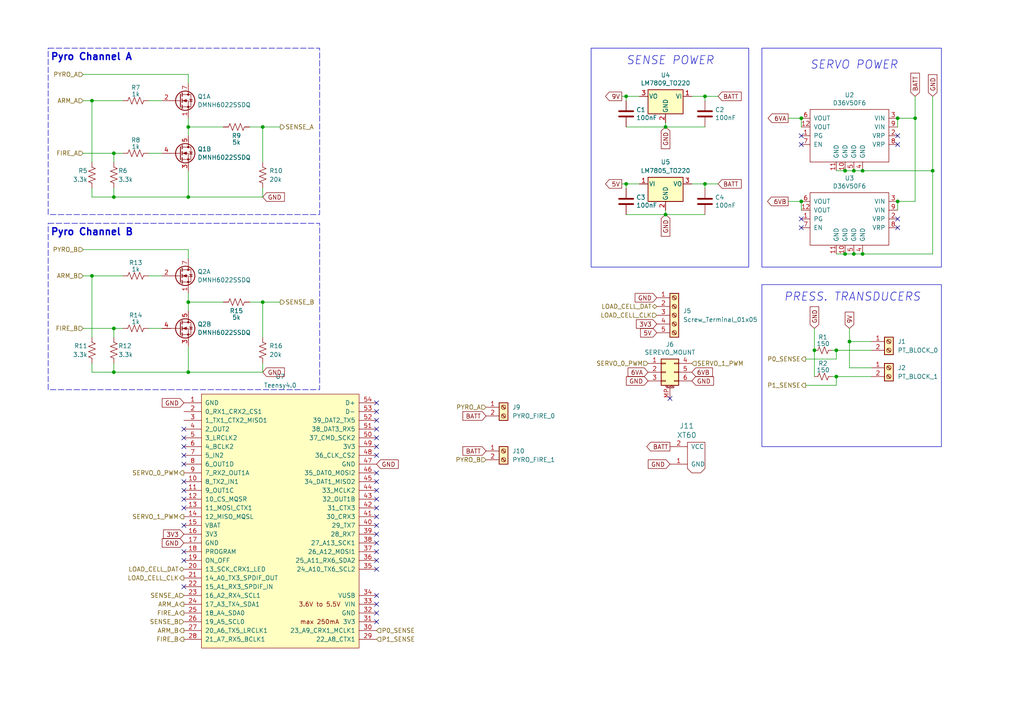
<source format=kicad_sch>
(kicad_sch (version 20230121) (generator eeschema)
  (paper "A4")
  (lib_symbols
    (symbol "Connector:Screw_Terminal_01x02" (pin_names (offset 1.016) hide)
      (property "Reference" "J" (at 0 2.54 0))
      (property "Value" "Screw_Terminal_01x02" (at 0 -5.08 0))
      (symbol "Screw_Terminal_01x02_1_1"
        (rectangle (start -1.27 1.27) (end 1.27 -3.81) (stroke (width 0.254)) (fill (type background)))
        (circle (center 0 -2.54) (radius 0.635) (stroke (width 0.1524)))
        (polyline (pts (xy -0.5334 -2.2098) (xy 0.3302 -3.048)) (stroke (width 0.1524)))
        (polyline (pts (xy -0.5334 0.3302) (xy 0.3302 -0.508)) (stroke (width 0.1524)))
        (polyline (pts (xy -0.3556 -2.032) (xy 0.508 -2.8702)) (stroke (width 0.1524)))
        (polyline (pts (xy -0.3556 0.508) (xy 0.508 -0.3302)) (stroke (width 0.1524)))
        (circle (center 0 0) (radius 0.635) (stroke (width 0.1524)))
        (pin passive line (at -5.08 0 0) (length 3.81) (name "Pin_1") (number "1"))
        (pin passive line (at -5.08 -2.54 0) (length 3.81) (name "Pin_2") (number "2"))
      )
    )
    (symbol "Connector:Screw_Terminal_01x05" (pin_names (offset 1.016) hide)
      (property "Reference" "J" (at 0 7.62 0))
      (property "Value" "Screw_Terminal_01x05" (at 0 -7.62 0))
      (symbol "Screw_Terminal_01x05_1_1"
        (rectangle (start -1.27 6.35) (end 1.27 -6.35) (stroke (width 0.254)) (fill (type background)))
        (circle (center 0 -5.08) (radius 0.635) (stroke (width 0.1524)))
        (circle (center 0 -2.54) (radius 0.635) (stroke (width 0.1524)))
        (polyline (pts (xy -0.5334 -4.7498) (xy 0.3302 -5.588)) (stroke (width 0.1524)))
        (polyline (pts (xy -0.5334 -2.2098) (xy 0.3302 -3.048)) (stroke (width 0.1524)))
        (polyline (pts (xy -0.5334 0.3302) (xy 0.3302 -0.508)) (stroke (width 0.1524)))
        (polyline (pts (xy -0.5334 2.8702) (xy 0.3302 2.032)) (stroke (width 0.1524)))
        (polyline (pts (xy -0.5334 5.4102) (xy 0.3302 4.572)) (stroke (width 0.1524)))
        (polyline (pts (xy -0.3556 -4.572) (xy 0.508 -5.4102)) (stroke (width 0.1524)))
        (polyline (pts (xy -0.3556 -2.032) (xy 0.508 -2.8702)) (stroke (width 0.1524)))
        (polyline (pts (xy -0.3556 0.508) (xy 0.508 -0.3302)) (stroke (width 0.1524)))
        (polyline (pts (xy -0.3556 3.048) (xy 0.508 2.2098)) (stroke (width 0.1524)))
        (polyline (pts (xy -0.3556 5.588) (xy 0.508 4.7498)) (stroke (width 0.1524)))
        (circle (center 0 0) (radius 0.635) (stroke (width 0.1524)))
        (circle (center 0 2.54) (radius 0.635) (stroke (width 0.1524)))
        (circle (center 0 5.08) (radius 0.635) (stroke (width 0.1524)))
        (pin passive line (at -5.08 5.08 0) (length 3.81) (name "Pin_1") (number "1"))
        (pin passive line (at -5.08 2.54 0) (length 3.81) (name "Pin_2") (number "2"))
        (pin passive line (at -5.08 0 0) (length 3.81) (name "Pin_3") (number "3"))
        (pin passive line (at -5.08 -2.54 0) (length 3.81) (name "Pin_4") (number "4"))
        (pin passive line (at -5.08 -5.08 0) (length 3.81) (name "Pin_5") (number "5"))
      )
    )
    (symbol "Connector_Generic_MountingPin:Conn_02x03_Top_Bottom_MountingPin" (pin_names (offset 1.016) hide)
      (property "Reference" "J" (at 1.27 5.08 0))
      (property "Value" "Conn_02x03_Top_Bottom_MountingPin" (at 2.54 -5.08 0))
      (symbol "Conn_02x03_Top_Bottom_MountingPin_1_1"
        (rectangle (start -1.27 -2.413) (end 0 -2.667) (stroke (width 0.1524)))
        (rectangle (start -1.27 0.127) (end 0 -0.127) (stroke (width 0.1524)))
        (rectangle (start -1.27 2.667) (end 0 2.413) (stroke (width 0.1524)))
        (rectangle (start -1.27 3.81) (end 3.81 -3.81) (stroke (width 0.254)) (fill (type background)))
        (polyline (pts (xy 0.254 -4.572) (xy 2.286 -4.572)) (stroke (width 0.1524)))
        (rectangle (start 3.81 -2.413) (end 2.54 -2.667) (stroke (width 0.1524)))
        (rectangle (start 3.81 0.127) (end 2.54 -0.127) (stroke (width 0.1524)))
        (rectangle (start 3.81 2.667) (end 2.54 2.413) (stroke (width 0.1524)))
        (text "Mounting" (at 1.27 -4.191 0) (effects (font (size 0.381 0.381))))
        (pin passive line (at -5.08 2.54 0) (length 3.81) (name "Pin_1") (number "1"))
        (pin passive line (at -5.08 0 0) (length 3.81) (name "Pin_2") (number "2"))
        (pin passive line (at -5.08 -2.54 0) (length 3.81) (name "Pin_3") (number "3"))
        (pin passive line (at 7.62 2.54 180) (length 3.81) (name "Pin_4") (number "4"))
        (pin passive line (at 7.62 0 180) (length 3.81) (name "Pin_5") (number "5"))
        (pin passive line (at 7.62 -2.54 180) (length 3.81) (name "Pin_6") (number "6"))
        (pin passive line (at 1.27 -7.62 90) (length 3.048) (name "MountPin") (number "MP"))
      )
    )
    (symbol "D24V50F5:C" (pin_numbers hide) (pin_names (offset 0.254))
      (property "Reference" "C" (at 0.635 2.54 0))
      (property "Value" "C" (at 0.635 -2.54 0))
      (symbol "C_0_1"
        (polyline (pts (xy -2.032 -0.762) (xy 2.032 -0.762)) (stroke (width 0.508)))
        (polyline (pts (xy -2.032 0.762) (xy 2.032 0.762)) (stroke (width 0.508)))
      )
      (symbol "C_1_1"
        (pin passive line (at 0 3.81 270) (length 2.794) (name "~") (number "1"))
        (pin passive line (at 0 -3.81 90) (length 2.794) (name "~") (number "2"))
      )
    )
    (symbol "D24V50F5:R_Small_US" (pin_numbers hide) (pin_names (offset 0.254) hide)
      (property "Reference" "R" (at 0.762 0.508 0))
      (property "Value" "R_Small_US" (at 0.762 -1.016 0))
      (symbol "R_Small_US_1_1"
        (polyline (pts (xy 0 0) (xy 1.016 -0.381) (xy 0 -0.762) (xy -1.016 -1.143) (xy 0 -1.524)))
        (polyline (pts (xy 0 1.524) (xy 1.016 1.143) (xy 0 0.762) (xy -1.016 0.381) (xy 0 0)))
        (pin passive line (at 0 2.54 270) (length 1.016) (name "~") (number "1"))
        (pin passive line (at 0 -2.54 90) (length 1.016) (name "~") (number "2"))
      )
    )
    (symbol "D36V50F6:D36V50F6" (pin_names (offset 1.016))
      (property "Reference" "U" (at 0 2.54 0))
      (property "Value" "D36V50F6" (at 0 0 0))
      (symbol "D36V50F6_0_1"
        (rectangle (start -11.43 -1.27) (end 11.43 -16.51))
      )
      (symbol "D36V50F6_1_1"
        (pin output line (at 13.97 -8.89 180) (length 2.54) (name "PG") (number "1"))
        (pin input line (at 1.27 -19.05 90) (length 2.54) (name "GND") (number "10"))
        (pin input line (at 3.81 -19.05 90) (length 2.54) (name "GND") (number "11"))
        (pin output line (at 13.97 -6.35 180) (length 2.54) (name "VOUT") (number "12"))
        (pin output line (at -13.97 -8.89 0) (length 2.54) (name "VRP") (number "2"))
        (pin input line (at -13.97 -3.81 0) (length 2.54) (name "VIN") (number "3"))
        (pin input line (at -3.81 -19.05 90) (length 2.54) (name "GND") (number "4"))
        (pin input line (at -1.27 -19.05 90) (length 2.54) (name "GND") (number "5"))
        (pin output line (at 13.97 -3.81 180) (length 2.54) (name "VOUT") (number "6"))
        (pin input line (at 13.97 -11.43 180) (length 2.54) (name "EN") (number "7"))
        (pin output line (at -13.97 -11.43 0) (length 2.54) (name "VRP") (number "8"))
        (pin input line (at -13.97 -6.35 0) (length 2.54) (name "VIN") (number "9"))
      )
    )
    (symbol "Device:R_US" (pin_numbers hide) (pin_names (offset 0))
      (property "Reference" "R" (at 2.54 0 90))
      (property "Value" "R_US" (at -2.54 0 90))
      (symbol "R_US_0_1"
        (polyline (pts (xy 0 -2.286) (xy 0 -2.54)))
        (polyline (pts (xy 0 2.286) (xy 0 2.54)))
        (polyline (pts (xy 0 -0.762) (xy 1.016 -1.143) (xy 0 -1.524) (xy -1.016 -1.905) (xy 0 -2.286)))
        (polyline (pts (xy 0 0.762) (xy 1.016 0.381) (xy 0 0) (xy -1.016 -0.381) (xy 0 -0.762)))
        (polyline (pts (xy 0 2.286) (xy 1.016 1.905) (xy 0 1.524) (xy -1.016 1.143) (xy 0 0.762)))
      )
      (symbol "R_US_1_1"
        (pin passive line (at 0 3.81 270) (length 1.27) (name "~") (number "1"))
        (pin passive line (at 0 -3.81 90) (length 1.27) (name "~") (number "2"))
      )
    )
    (symbol "Regulator_Linear:LM7805_TO220" (pin_names (offset 0.254))
      (property "Reference" "U" (at -3.81 3.175 0))
      (property "Value" "LM7805_TO220" (at 0 3.175 0))
      (symbol "LM7805_TO220_0_1"
        (rectangle (start -5.08 1.905) (end 5.08 -5.08) (stroke (width 0.254)) (fill (type background)))
      )
      (symbol "LM7805_TO220_1_1"
        (pin power_in line (at -7.62 0 0) (length 2.54) (name "VI") (number "1"))
        (pin power_in line (at 0 -7.62 90) (length 2.54) (name "GND") (number "2"))
        (pin power_out line (at 7.62 0 180) (length 2.54) (name "VO") (number "3"))
      )
    )
    (symbol "Regulator_Linear:LM7809_TO220" (pin_names (offset 0.254))
      (property "Reference" "U" (at -3.81 3.175 0))
      (property "Value" "LM7809_TO220" (at 0 3.175 0))
      (symbol "LM7809_TO220_0_1"
        (rectangle (start -5.08 1.905) (end 5.08 -5.08) (stroke (width 0.254)) (fill (type background)))
      )
      (symbol "LM7809_TO220_1_1"
        (pin power_in line (at -7.62 0 0) (length 2.54) (name "VI") (number "1"))
        (pin power_in line (at 0 -7.62 90) (length 2.54) (name "GND") (number "2"))
        (pin power_out line (at 7.62 0 180) (length 2.54) (name "VO") (number "3"))
      )
    )
    (symbol "Teensy:Teensy4.0" (pin_names (offset 1.016))
      (property "Reference" "U" (at -22.225 38.1 0))
      (property "Value" "Teensy4.0" (at 18.415 38.1 0))
      (symbol "Teensy4.0_0_0"
        (text "3.6V to 5.5V" (at 11.43 -24.13 0) (effects (font (size 1.27 1.27))))
        (text "max 250mA" (at 11.43 -29.21 0) (effects (font (size 1.27 1.27))))
        (pin bidirectional line (at -27.94 11.43 0) (length 5.08) (name "8_TX2_IN1") (number "10"))
        (pin bidirectional line (at -27.94 8.89 0) (length 5.08) (name "9_OUT1C") (number "11"))
        (pin bidirectional line (at -27.94 6.35 0) (length 5.08) (name "10_CS_MQSR") (number "12"))
        (pin bidirectional line (at -27.94 3.81 0) (length 5.08) (name "11_MOSI_CTX1") (number "13"))
        (pin bidirectional line (at -27.94 1.27 0) (length 5.08) (name "12_MISO_MQSL") (number "14"))
        (pin power_in line (at -27.94 -1.27 0) (length 5.08) (name "VBAT") (number "15"))
        (pin power_in line (at -27.94 -3.81 0) (length 5.08) (name "3V3") (number "16"))
        (pin power_in line (at -27.94 -6.35 0) (length 5.08) (name "GND") (number "17"))
        (pin input line (at -27.94 -8.89 0) (length 5.08) (name "PROGRAM") (number "18"))
        (pin input line (at -27.94 -11.43 0) (length 5.08) (name "ON_OFF") (number "19"))
        (pin bidirectional line (at -27.94 -13.97 0) (length 5.08) (name "13_SCK_CRX1_LED") (number "20"))
        (pin bidirectional line (at -27.94 -16.51 0) (length 5.08) (name "14_A0_TX3_SPDIF_OUT") (number "21"))
        (pin bidirectional line (at -27.94 -19.05 0) (length 5.08) (name "15_A1_RX3_SPDIF_IN") (number "22"))
        (pin bidirectional line (at -27.94 -21.59 0) (length 5.08) (name "16_A2_RX4_SCL1") (number "23"))
        (pin bidirectional line (at -27.94 -24.13 0) (length 5.08) (name "17_A3_TX4_SDA1") (number "24"))
        (pin bidirectional line (at -27.94 -26.67 0) (length 5.08) (name "18_A4_SDA0") (number "25"))
        (pin bidirectional line (at -27.94 -29.21 0) (length 5.08) (name "19_A5_SCL0") (number "26"))
        (pin bidirectional line (at -27.94 -31.75 0) (length 5.08) (name "20_A6_TX5_LRCLK1") (number "27"))
        (pin bidirectional line (at -27.94 -34.29 0) (length 5.08) (name "21_A7_RX5_BCLK1") (number "28"))
        (pin bidirectional line (at 27.94 -34.29 180) (length 5.08) (name "22_A8_CTX1") (number "29"))
        (pin bidirectional line (at 27.94 -31.75 180) (length 5.08) (name "23_A9_CRX1_MCLK1") (number "30"))
        (pin power_out line (at 27.94 -29.21 180) (length 5.08) (name "3V3") (number "31"))
        (pin power_in line (at 27.94 -26.67 180) (length 5.08) (name "GND") (number "32"))
        (pin power_in line (at 27.94 -24.13 180) (length 5.08) (name "VIN") (number "33"))
        (pin power_out line (at 27.94 -21.59 180) (length 5.08) (name "VUSB") (number "34"))
        (pin bidirectional line (at 27.94 -13.97 180) (length 5.08) (name "24_A10_TX6_SCL2") (number "35"))
        (pin bidirectional line (at 27.94 -11.43 180) (length 5.08) (name "25_A11_RX6_SDA2") (number "36"))
        (pin bidirectional line (at 27.94 -8.89 180) (length 5.08) (name "26_A12_MOSI1") (number "37"))
        (pin bidirectional line (at 27.94 -6.35 180) (length 5.08) (name "27_A13_SCK1") (number "38"))
        (pin bidirectional line (at 27.94 -3.81 180) (length 5.08) (name "28_RX7") (number "39"))
        (pin bidirectional line (at 27.94 -1.27 180) (length 5.08) (name "29_TX7") (number "40"))
        (pin bidirectional line (at 27.94 1.27 180) (length 5.08) (name "30_CRX3") (number "41"))
        (pin bidirectional line (at 27.94 3.81 180) (length 5.08) (name "31_CTX3") (number "42"))
        (pin bidirectional line (at 27.94 6.35 180) (length 5.08) (name "32_OUT1B") (number "43"))
        (pin bidirectional line (at 27.94 8.89 180) (length 5.08) (name "33_MCLK2") (number "44"))
        (pin bidirectional line (at 27.94 11.43 180) (length 5.08) (name "34_DAT1_MISO2") (number "45"))
        (pin bidirectional line (at 27.94 13.97 180) (length 5.08) (name "35_DAT0_MOSI2") (number "46"))
        (pin power_out line (at 27.94 16.51 180) (length 5.08) (name "GND") (number "47"))
        (pin bidirectional line (at 27.94 19.05 180) (length 5.08) (name "36_CLK_CS2") (number "48"))
        (pin power_out line (at 27.94 21.59 180) (length 5.08) (name "3V3") (number "49"))
        (pin bidirectional line (at -27.94 24.13 0) (length 5.08) (name "3_LRCLK2") (number "5"))
        (pin bidirectional line (at 27.94 24.13 180) (length 5.08) (name "37_CMD_SCK2") (number "50"))
        (pin bidirectional line (at 27.94 26.67 180) (length 5.08) (name "38_DAT3_RX5") (number "51"))
        (pin bidirectional line (at 27.94 29.21 180) (length 5.08) (name "39_DAT2_TX5") (number "52"))
        (pin bidirectional line (at 27.94 31.75 180) (length 5.08) (name "D-") (number "53"))
        (pin bidirectional line (at 27.94 34.29 180) (length 5.08) (name "D+") (number "54"))
        (pin bidirectional line (at -27.94 21.59 0) (length 5.08) (name "4_BCLK2") (number "6"))
        (pin bidirectional line (at -27.94 19.05 0) (length 5.08) (name "5_IN2") (number "7"))
        (pin bidirectional line (at -27.94 16.51 0) (length 5.08) (name "6_OUT1D") (number "8"))
        (pin bidirectional line (at -27.94 13.97 0) (length 5.08) (name "7_RX2_OUT1A") (number "9"))
      )
      (symbol "Teensy4.0_0_1"
        (rectangle (start -22.86 36.83) (end 22.86 -36.83) (fill (type background)))
        (rectangle (start -20.32 -31.75) (end -20.32 -31.75))
      )
      (symbol "Teensy4.0_1_1"
        (pin power_in line (at -27.94 34.29 0) (length 5.08) (name "GND") (number "1"))
        (pin bidirectional line (at -27.94 31.75 0) (length 5.08) (name "0_RX1_CRX2_CS1") (number "2"))
        (pin bidirectional line (at -27.94 29.21 0) (length 5.08) (name "1_TX1_CTX2_MISO1") (number "3"))
        (pin bidirectional line (at -27.94 26.67 0) (length 5.08) (name "2_OUT2") (number "4"))
      )
    )
    (symbol "Transistor_FET_Diodes:DMNH6022SSDQ" (pin_names hide)
      (property "Reference" "Q" (at 2.54 -1.27 0))
      (property "Value" "DMNH6022SSDQ" (at 2.54 1.27 0))
      (symbol "DMNH6022SSDQ_0_1"
        (circle (center -0.889 0) (radius 2.794) (stroke (width 0.254)))
        (circle (center 0 -1.778) (radius 0.254) (fill (type outline)))
        (polyline (pts (xy -2.286 0) (xy -5.08 0)))
        (polyline (pts (xy -2.286 1.905) (xy -2.286 -1.905)) (stroke (width 0.254)))
        (polyline (pts (xy -1.778 -1.27) (xy -1.778 -2.286)) (stroke (width 0.254)))
        (polyline (pts (xy -1.778 0.508) (xy -1.778 -0.508)) (stroke (width 0.254)))
        (polyline (pts (xy -1.778 2.286) (xy -1.778 1.27)) (stroke (width 0.254)))
        (polyline (pts (xy 0 2.54) (xy 0 1.778)))
        (polyline (pts (xy 0 -2.54) (xy 0 0) (xy -1.778 0)))
        (polyline (pts (xy -1.778 -1.778) (xy 0.762 -1.778) (xy 0.762 1.778) (xy -1.778 1.778)))
        (polyline (pts (xy -1.524 0) (xy -0.508 0.381) (xy -0.508 -0.381) (xy -1.524 0)) (fill (type outline)))
        (polyline (pts (xy 0.254 0.508) (xy 0.381 0.381) (xy 1.143 0.381) (xy 1.27 0.254)))
        (polyline (pts (xy 0.762 0.381) (xy 0.381 -0.254) (xy 1.143 -0.254) (xy 0.762 0.381)))
        (circle (center 0 1.778) (radius 0.254) (fill (type outline)))
      )
      (symbol "DMNH6022SSDQ_1_0"
        (pin passive line (at 0 -5.08 90) (length 2.54) (name "S1") (number "1"))
        (pin input line (at -7.62 0 0) (length 2.54) (name "G1") (number "2"))
        (pin passive line (at 0 5.08 270) (length 2.54) (name "D1") (number "7"))
        (pin passive line (at 0 5.08 270) (length 2.54) hide (name "D1") (number "8"))
      )
      (symbol "DMNH6022SSDQ_2_0"
        (pin passive line (at 0 -5.08 90) (length 2.54) (name "S2") (number "3"))
        (pin input line (at -7.62 0 0) (length 2.54) (name "G2") (number "4"))
        (pin passive line (at 0 5.08 270) (length 2.54) (name "D2") (number "5"))
        (pin passive line (at 0 5.08 270) (length 2.54) hide (name "D2") (number "6"))
      )
    )
    (symbol "XT60:XT60" (pin_names (offset 1.016))
      (property "Reference" "J" (at 0 6.35 0))
      (property "Value" "XT60" (at 0 -5.08 0))
      (symbol "XT60_0_1"
        (polyline (pts (xy -2.54 -3.81) (xy -2.54 3.81) (xy -1.27 5.08) (xy 1.27 5.08) (xy 2.54 3.81) (xy 2.54 -3.81) (xy -2.54 -3.81)))
      )
      (symbol "XT60_1_1"
        (pin power_in line (at -7.62 2.54 0) (length 5.08) (name "GND") (number "1"))
        (pin power_in line (at -7.62 -2.54 0) (length 5.08) (name "VCC") (number "2"))
      )
    )
  )
  (junction (at 270.51 49.53))
  (junction (at 242.57 101.6))
  (junction (at 26.67 80.01))
  (junction (at 54.61 107.95))
  (junction (at 193.04 36.83))
  (junction (at 54.61 36.83))
  (junction (at 246.38 99.06))
  (junction (at 265.43 34.29))
  (junction (at 33.02 107.95))
  (junction (at 260.35 58.42))
  (junction (at 54.61 57.15))
  (junction (at 250.19 49.53))
  (junction (at 193.04 62.23))
  (junction (at 232.41 34.29))
  (junction (at 26.67 29.21))
  (junction (at 33.02 95.25))
  (junction (at 232.41 58.42))
  (junction (at 242.57 109.22))
  (junction (at 33.02 57.15))
  (junction (at 181.61 27.94))
  (junction (at 76.2 36.83))
  (junction (at 54.61 87.63))
  (junction (at 181.61 53.34))
  (junction (at 260.35 34.29))
  (junction (at 76.2 87.63))
  (junction (at 204.47 53.34))
  (junction (at 245.11 49.53))
  (junction (at 245.11 73.66))
  (junction (at 236.22 101.6))
  (junction (at 247.65 49.53))
  (junction (at 33.02 44.45))
  (junction (at 250.19 73.66))
  (junction (at 204.47 27.94))
  (junction (at 247.65 73.66))
  (no_connect (at 109.22 162.56))
  (no_connect (at 260.35 39.37))
  (no_connect (at 109.22 172.72))
  (no_connect (at 109.22 147.32))
  (no_connect (at 232.41 41.91))
  (no_connect (at 109.22 160.02))
  (no_connect (at 109.22 157.48))
  (no_connect (at 109.22 116.84))
  (no_connect (at 109.22 121.92))
  (no_connect (at 260.35 66.04))
  (no_connect (at 109.22 119.38))
  (no_connect (at 109.22 180.34))
  (no_connect (at 53.34 147.32))
  (no_connect (at 53.34 152.4))
  (no_connect (at 53.34 142.24))
  (no_connect (at 109.22 127))
  (no_connect (at 53.34 127))
  (no_connect (at 53.34 162.56))
  (no_connect (at 232.41 39.37))
  (no_connect (at 232.41 63.5))
  (no_connect (at 109.22 124.46))
  (no_connect (at 109.22 154.94))
  (no_connect (at 53.34 132.08))
  (no_connect (at 109.22 152.4))
  (no_connect (at 109.22 137.16))
  (no_connect (at 53.34 124.46))
  (no_connect (at 194.31 115.57))
  (no_connect (at 109.22 142.24))
  (no_connect (at 109.22 149.86))
  (no_connect (at 109.22 175.26))
  (no_connect (at 109.22 129.54))
  (no_connect (at 109.22 139.7))
  (no_connect (at 53.34 160.02))
  (no_connect (at 109.22 132.08))
  (no_connect (at 109.22 144.78))
  (no_connect (at 260.35 63.5))
  (no_connect (at 53.34 170.18))
  (no_connect (at 53.34 134.62))
  (no_connect (at 109.22 165.1))
  (no_connect (at 232.41 66.04))
  (no_connect (at 53.34 139.7))
  (no_connect (at 260.35 41.91))
  (no_connect (at 53.34 144.78))
  (no_connect (at 53.34 129.54))
  (no_connect (at 109.22 177.8))
  (wire (pts (xy 236.22 101.6) (xy 236.22 109.22)))
  (wire (pts (xy 24.13 72.39) (xy 54.61 72.39)))
  (wire (pts (xy 246.38 95.25) (xy 246.38 99.06)))
  (wire (pts (xy 232.41 34.29) (xy 232.41 36.83)))
  (wire (pts (xy 233.68 111.76) (xy 242.57 111.76)))
  (wire (pts (xy 54.61 85.09) (xy 54.61 87.63)))
  (wire (pts (xy 250.19 73.66) (xy 270.51 73.66)))
  (wire (pts (xy 247.65 49.53) (xy 250.19 49.53)))
  (wire (pts (xy 228.6 34.29) (xy 232.41 34.29)))
  (wire (pts (xy 24.13 95.25) (xy 33.02 95.25)))
  (wire (pts (xy 247.65 73.66) (xy 250.19 73.66)))
  (wire (pts (xy 43.18 80.01) (xy 46.99 80.01)))
  (wire (pts (xy 208.28 53.34) (xy 204.47 53.34)))
  (wire (pts (xy 26.67 29.21) (xy 35.56 29.21)))
  (wire (pts (xy 54.61 36.83) (xy 54.61 39.37)))
  (wire (pts (xy 242.57 101.6) (xy 252.73 101.6)))
  (wire (pts (xy 185.42 53.34) (xy 181.61 53.34)))
  (wire (pts (xy 260.35 34.29) (xy 260.35 36.83)))
  (wire (pts (xy 185.42 27.94) (xy 181.61 27.94)))
  (wire (pts (xy 76.2 87.63) (xy 76.2 97.79)))
  (wire (pts (xy 242.57 101.6) (xy 242.57 104.14)))
  (wire (pts (xy 236.22 95.25) (xy 236.22 101.6)))
  (wire (pts (xy 76.2 54.61) (xy 76.2 57.15)))
  (wire (pts (xy 265.43 34.29) (xy 265.43 58.42)))
  (wire (pts (xy 252.73 106.68) (xy 246.38 106.68)))
  (wire (pts (xy 242.57 73.66) (xy 245.11 73.66)))
  (wire (pts (xy 241.3 101.6) (xy 242.57 101.6)))
  (wire (pts (xy 35.56 44.45) (xy 33.02 44.45)))
  (wire (pts (xy 35.56 95.25) (xy 33.02 95.25)))
  (wire (pts (xy 33.02 44.45) (xy 33.02 46.99)))
  (wire (pts (xy 246.38 99.06) (xy 246.38 106.68)))
  (wire (pts (xy 33.02 107.95) (xy 54.61 107.95)))
  (wire (pts (xy 260.35 58.42) (xy 260.35 60.96)))
  (wire (pts (xy 204.47 54.61) (xy 204.47 53.34)))
  (wire (pts (xy 270.51 49.53) (xy 270.51 73.66)))
  (wire (pts (xy 54.61 34.29) (xy 54.61 36.83)))
  (wire (pts (xy 33.02 95.25) (xy 33.02 97.79)))
  (wire (pts (xy 265.43 58.42) (xy 260.35 58.42)))
  (wire (pts (xy 26.67 107.95) (xy 33.02 107.95)))
  (wire (pts (xy 26.67 105.41) (xy 26.67 107.95)))
  (wire (pts (xy 265.43 27.94) (xy 265.43 34.29)))
  (wire (pts (xy 54.61 87.63) (xy 64.77 87.63)))
  (wire (pts (xy 33.02 57.15) (xy 54.61 57.15)))
  (wire (pts (xy 193.04 60.96) (xy 193.04 62.23)))
  (wire (pts (xy 54.61 107.95) (xy 76.2 107.95)))
  (wire (pts (xy 181.61 53.34) (xy 180.34 53.34)))
  (wire (pts (xy 54.61 36.83) (xy 64.77 36.83)))
  (wire (pts (xy 204.47 36.83) (xy 193.04 36.83)))
  (wire (pts (xy 245.11 49.53) (xy 247.65 49.53)))
  (wire (pts (xy 24.13 29.21) (xy 26.67 29.21)))
  (wire (pts (xy 250.19 49.53) (xy 270.51 49.53)))
  (wire (pts (xy 76.2 105.41) (xy 76.2 107.95)))
  (wire (pts (xy 54.61 87.63) (xy 54.61 90.17)))
  (wire (pts (xy 252.73 99.06) (xy 246.38 99.06)))
  (wire (pts (xy 81.28 87.63) (xy 76.2 87.63)))
  (wire (pts (xy 193.04 36.83) (xy 181.61 36.83)))
  (wire (pts (xy 193.04 62.23) (xy 181.61 62.23)))
  (wire (pts (xy 26.67 80.01) (xy 35.56 80.01)))
  (wire (pts (xy 242.57 109.22) (xy 252.73 109.22)))
  (wire (pts (xy 241.3 109.22) (xy 242.57 109.22)))
  (wire (pts (xy 204.47 29.21) (xy 204.47 27.94)))
  (wire (pts (xy 54.61 57.15) (xy 76.2 57.15)))
  (wire (pts (xy 43.18 44.45) (xy 46.99 44.45)))
  (wire (pts (xy 43.18 29.21) (xy 46.99 29.21)))
  (wire (pts (xy 242.57 49.53) (xy 245.11 49.53)))
  (wire (pts (xy 54.61 57.15) (xy 54.61 49.53)))
  (wire (pts (xy 242.57 109.22) (xy 242.57 111.76)))
  (wire (pts (xy 24.13 21.59) (xy 54.61 21.59)))
  (wire (pts (xy 33.02 57.15) (xy 33.02 54.61)))
  (wire (pts (xy 72.39 36.83) (xy 76.2 36.83)))
  (wire (pts (xy 181.61 27.94) (xy 180.34 27.94)))
  (wire (pts (xy 228.6 58.42) (xy 232.41 58.42)))
  (wire (pts (xy 265.43 34.29) (xy 260.35 34.29)))
  (wire (pts (xy 81.28 36.83) (xy 76.2 36.83)))
  (wire (pts (xy 26.67 29.21) (xy 26.67 46.99)))
  (wire (pts (xy 245.11 73.66) (xy 247.65 73.66)))
  (wire (pts (xy 54.61 72.39) (xy 54.61 74.93)))
  (wire (pts (xy 181.61 27.94) (xy 181.61 29.21)))
  (wire (pts (xy 26.67 80.01) (xy 26.67 97.79)))
  (wire (pts (xy 232.41 58.42) (xy 232.41 60.96)))
  (wire (pts (xy 181.61 53.34) (xy 181.61 54.61)))
  (wire (pts (xy 26.67 54.61) (xy 26.67 57.15)))
  (wire (pts (xy 24.13 80.01) (xy 26.67 80.01)))
  (wire (pts (xy 208.28 27.94) (xy 204.47 27.94)))
  (wire (pts (xy 204.47 62.23) (xy 193.04 62.23)))
  (wire (pts (xy 33.02 107.95) (xy 33.02 105.41)))
  (wire (pts (xy 204.47 53.34) (xy 200.66 53.34)))
  (wire (pts (xy 24.13 44.45) (xy 33.02 44.45)))
  (wire (pts (xy 193.04 35.56) (xy 193.04 36.83)))
  (wire (pts (xy 54.61 107.95) (xy 54.61 100.33)))
  (wire (pts (xy 76.2 36.83) (xy 76.2 46.99)))
  (wire (pts (xy 43.18 95.25) (xy 46.99 95.25)))
  (wire (pts (xy 26.67 57.15) (xy 33.02 57.15)))
  (wire (pts (xy 54.61 21.59) (xy 54.61 24.13)))
  (wire (pts (xy 72.39 87.63) (xy 76.2 87.63)))
  (wire (pts (xy 270.51 27.94) (xy 270.51 49.53)))
  (wire (pts (xy 204.47 27.94) (xy 200.66 27.94)))
  (wire (pts (xy 233.68 104.14) (xy 242.57 104.14)))
  (rectangle (start 13.97 64.77) (end 92.71 113.03) (stroke (width 0) (type dash)))
  (rectangle (start 171.45 13.97) (end 217.17 77.47))
  (rectangle (start 220.98 13.97) (end 273.05 77.47))
  (rectangle (start 13.97 13.97) (end 92.71 62.23) (stroke (width 0) (type dash)))
  (rectangle (start 220.98 82.55) (end 273.05 129.54))
  (text "Pyro Channel B" (at 14.605 68.58 0) (effects (font (size 2 2) (thickness 0.4) bold) (justify left bottom)))
  (text "PRESS. TRANSDUCERS" (at 227.33 87.63 0) (effects (font (size 2.3876 2.3876) italic) (justify left bottom)))
  (text "SENSE POWER\n" (at 181.61 19.05 0) (effects (font (size 2.3876 2.3876) italic) (justify left bottom)))
  (text "SERVO POWER" (at 234.95 20.32 0) (effects (font (size 2.3876 2.3876) italic) (justify left bottom)))
  (text "Pyro Channel A" (at 14.605 17.78 0) (effects (font (size 2 2) (thickness 0.4) bold) (justify left bottom)))
  (global_label "GND" (shape input) (at 53.34 157.48 180) (property "Intersheetrefs" "${INTERSHEET_REFS}" (effects hide)))
  (global_label "9V" (shape output) (at 180.34 27.94 180) (property "Intersheetrefs" "${INTERSHEET_REFS}" (effects hide)))
  (global_label "6VA" (shape input) (at 187.96 107.95 180) (property "Intersheetrefs" "${INTERSHEET_REFS}" (effects hide)))
  (global_label "GND" (shape input) (at 109.22 134.62 0) (property "Intersheetrefs" "${INTERSHEET_REFS}" (effects hide)))
  (global_label "GND" (shape input) (at 53.34 116.84 180) (property "Intersheetrefs" "${INTERSHEET_REFS}" (effects hide)))
  (global_label "BATT" (shape input) (at 140.97 130.81 180) (property "Intersheetrefs" "${INTERSHEET_REFS}" (effects hide)))
  (global_label "5V" (shape output) (at 180.34 53.34 180) (property "Intersheetrefs" "${INTERSHEET_REFS}" (effects hide)))
  (global_label "5V" (shape input) (at 190.5 96.52 180) (property "Intersheetrefs" "${INTERSHEET_REFS}" (effects hide)))
  (global_label "6VB" (shape input) (at 200.66 107.95 0) (property "Intersheetrefs" "${INTERSHEET_REFS}" (effects hide)))
  (global_label "6VB" (shape output) (at 228.6 58.42 180) (property "Intersheetrefs" "${INTERSHEET_REFS}" (effects hide)))
  (global_label "6VA" (shape output) (at 228.6 34.29 180) (property "Intersheetrefs" "${INTERSHEET_REFS}" (effects hide)))
  (global_label "GND" (shape input) (at 193.04 62.23 270) (property "Intersheetrefs" "${INTERSHEET_REFS}" (effects hide)))
  (global_label "9V" (shape input) (at 246.38 95.25 90) (property "Intersheetrefs" "${INTERSHEET_REFS}" (effects hide)))
  (global_label "3V3" (shape input) (at 53.34 154.94 180) (property "Intersheetrefs" "${INTERSHEET_REFS}" (effects hide)))
  (global_label "GND" (shape input) (at 76.2 57.15 0) (property "Intersheetrefs" "${INTERSHEET_REFS}" (effects hide)))
  (global_label "BATT" (shape input) (at 208.28 27.94 0) (property "Intersheetrefs" "${INTERSHEET_REFS}" (effects hide)))
  (global_label "3V3" (shape input) (at 190.5 93.98 180) (property "Intersheetrefs" "${INTERSHEET_REFS}" (effects hide)))
  (global_label "BATT" (shape input) (at 208.28 53.34 0) (property "Intersheetrefs" "${INTERSHEET_REFS}" (effects hide)))
  (global_label "BATT" (shape input) (at 265.43 27.94 90) (property "Intersheetrefs" "${INTERSHEET_REFS}" (effects hide)))
  (global_label "GND" (shape input) (at 236.22 95.25 90) (property "Intersheetrefs" "${INTERSHEET_REFS}" (effects hide)))
  (global_label "GND" (shape input) (at 200.66 110.49 0) (property "Intersheetrefs" "${INTERSHEET_REFS}" (effects hide)))
  (global_label "GND" (shape input) (at 76.2 107.95 0) (property "Intersheetrefs" "${INTERSHEET_REFS}" (effects hide)))
  (global_label "GND" (shape input) (at 194.31 134.62 180) (property "Intersheetrefs" "${INTERSHEET_REFS}" (effects hide)))
  (global_label "BATT" (shape output) (at 194.31 129.54 180) (property "Intersheetrefs" "${INTERSHEET_REFS}" (effects hide)))
  (global_label "GND" (shape input) (at 270.51 27.94 90) (property "Intersheetrefs" "${INTERSHEET_REFS}" (effects hide)))
  (global_label "GND" (shape input) (at 193.04 36.83 270) (property "Intersheetrefs" "${INTERSHEET_REFS}" (effects hide)))
  (global_label "GND" (shape input) (at 190.5 86.36 180) (property "Intersheetrefs" "${INTERSHEET_REFS}" (effects hide)))
  (global_label "GND" (shape input) (at 187.96 110.49 180) (property "Intersheetrefs" "${INTERSHEET_REFS}" (effects hide)))
  (global_label "BATT" (shape input) (at 140.97 120.65 180) (property "Intersheetrefs" "${INTERSHEET_REFS}" (effects hide)))
  (hierarchical_label "FIRE_B" (shape input) (at 24.13 95.25 180))
  (hierarchical_label "FIRE_A" (shape input) (at 24.13 44.45 180))
  (hierarchical_label "P0_SENSE" (shape output) (at 233.68 104.14 180))
  (hierarchical_label "ARM_B" (shape input) (at 24.13 80.01 180))
  (hierarchical_label "ARM_A" (shape output) (at 53.34 175.26 180))
  (hierarchical_label "P1_SENSE" (shape input) (at 109.22 185.42 0))
  (hierarchical_label "LOAD_CELL_CLK" (shape input) (at 190.5 91.44 180))
  (hierarchical_label "SENSE_B" (shape output) (at 81.28 87.63 0))
  (hierarchical_label "FIRE_A" (shape output) (at 53.34 177.8 180))
  (hierarchical_label "FIRE_B" (shape output) (at 53.34 185.42 180))
  (hierarchical_label "SERVO_0_PWM" (shape input) (at 187.96 105.41 180))
  (hierarchical_label "SENSE_B" (shape input) (at 53.34 180.34 180))
  (hierarchical_label "LOAD_CELL_CLK" (shape output) (at 53.34 167.64 180))
  (hierarchical_label "LOAD_CELL_DAT" (shape bidirectional) (at 190.5 88.9 180))
  (hierarchical_label "P1_SENSE" (shape output) (at 233.68 111.76 180))
  (hierarchical_label "PYRO_A" (shape input) (at 24.13 21.59 180))
  (hierarchical_label "SERVO_0_PWM" (shape output) (at 53.34 137.16 180))
  (hierarchical_label "SERVO_1_PWM" (shape output) (at 53.34 149.86 180))
  (hierarchical_label "SENSE_A" (shape input) (at 53.34 172.72 180))
  (hierarchical_label "SENSE_A" (shape output) (at 81.28 36.83 0))
  (hierarchical_label "SERVO_1_PWM" (shape input) (at 200.66 105.41 0))
  (hierarchical_label "LOAD_CELL_DAT" (shape bidirectional) (at 53.34 165.1 180))
  (hierarchical_label "ARM_B" (shape output) (at 53.34 182.88 180))
  (hierarchical_label "ARM_A" (shape input) (at 24.13 29.21 180))
  (hierarchical_label "PYRO_B" (shape input) (at 24.13 72.39 180))
  (hierarchical_label "PYRO_A" (shape input) (at 140.97 118.11 180))
  (hierarchical_label "PYRO_B" (shape input) (at 140.97 133.35 180))
  (hierarchical_label "P0_SENSE" (shape input) (at 109.22 182.88 0))
  (symbol (lib_id "D24V50F5:C") (at 204.47 33.02 0) (unit 1)
    (property "Reference" "C2" (at 207.391 31.8516 0) (effects (justify left)))
    (property "Value" "100nF" (at 207.391 34.163 0) (effects (justify left)))
    (property "Footprint" "Capacitor_SMD:C_0805_2012Metric_Pad1.18x1.45mm_HandSolder" (effects hide))
  )
  (symbol (lib_id "Connector:Screw_Terminal_01x05") (at 195.58 91.44 0) (unit 1)
    (property "Reference" "J5" (at 198.12 90.17 0) (effects (justify left)))
    (property "Value" "Screw_Terminal_01x05" (at 198.12 92.71 0) (effects (justify left)))
    (property "Footprint" "TerminalBlock_Phoenix:TerminalBlock_Phoenix_MPT-0,5-5-2.54_1x05_P2.54mm_Horizontal" (effects hide))
  )
  (symbol (lib_id "Transistor_FET_Diodes:DMNH6022SSDQ") (at 54.61 44.45 0) (unit 2)
    (property "Reference" "Q1" (at 57.277 43.2379 0) (effects (justify left)))
    (property "Value" "DMNH6022SSDQ" (at 57.277 45.6621 0) (effects (justify left)))
    (property "Footprint" "Package_SO:SO-8_3.9x4.9mm_P1.27mm" (effects hide))
    (property "Datasheet" "https://www.diodes.com/assets/Datasheets/DMNH6022SSDQ.pdf" (effects hide))
  )
  (symbol (lib_id "Teensy:Teensy4.0") (at 81.28 151.13 0) (unit 1)
    (property "Reference" "U7" (at 81.28 109.22 0))
    (property "Value" "Teensy4.0" (at 81.28 111.76 0))
    (property "Footprint" "Teensy:Teensy40" (effects hide))
    (property "Datasheet" "https://www.pjrc.com/store/teensy40.html" (effects hide))
  )
  (symbol (lib_id "D24V50F5:C") (at 204.47 58.42 0) (unit 1)
    (property "Reference" "C4" (at 207.391 57.2516 0) (effects (justify left)))
    (property "Value" "100nF" (at 207.391 59.563 0) (effects (justify left)))
    (property "Footprint" "Capacitor_SMD:C_0805_2012Metric_Pad1.18x1.45mm_HandSolder" (effects hide))
  )
  (symbol (lib_id "Transistor_FET_Diodes:DMNH6022SSDQ") (at 54.61 29.21 0) (unit 1)
    (property "Reference" "Q1" (at 57.277 27.9979 0) (effects (justify left)))
    (property "Value" "DMNH6022SSDQ" (at 57.277 30.4221 0) (effects (justify left)))
    (property "Footprint" "Package_SO:SO-8_3.9x4.9mm_P1.27mm" (effects hide))
    (property "Datasheet" "https://www.diodes.com/assets/Datasheets/DMNH6022SSDQ.pdf" (effects hide))
  )
  (symbol (lib_id "Connector:Screw_Terminal_01x02") (at 146.05 130.81 0) (unit 1)
    (property "Reference" "J10" (at 148.59 130.81 0) (effects (justify left)))
    (property "Value" "PYRO_FIRE_1" (at 148.59 133.35 0) (effects (justify left)))
    (property "Footprint" "TerminalBlock_Phoenix:TerminalBlock_Phoenix_MPT-0,5-2-2.54_1x02_P2.54mm_Horizontal" (effects hide))
  )
  (symbol (lib_id "D36V50F6:D36V50F6") (at 246.38 54.61 0) (mirror y) (unit 1)
    (property "Reference" "U3" (at 246.38 51.689 0))
    (property "Value" "D36V50F6" (at 246.38 54.0004 0))
    (property "Footprint" "Pololu:D36V50F6-TARS" (effects hide))
  )
  (symbol (lib_id "Connector:Screw_Terminal_01x02") (at 257.81 106.68 0) (unit 1)
    (property "Reference" "J2" (at 260.35 106.68 0) (effects (justify left)))
    (property "Value" "PT_BLOCK_1" (at 260.35 109.22 0) (effects (justify left)))
    (property "Footprint" "TerminalBlock_Phoenix:TerminalBlock_Phoenix_MPT-0,5-2-2.54_1x02_P2.54mm_Horizontal" (effects hide))
  )
  (symbol (lib_id "Device:R_US") (at 68.58 87.63 270) (unit 1)
    (property "Reference" "R15" (at 68.58 90.17 90))
    (property "Value" "5k" (at 68.58 92.075 90))
    (property "Footprint" "Resistor_SMD:R_0603_1608Metric" (effects hide))
  )
  (symbol (lib_id "Device:R_US") (at 39.37 80.01 90) (unit 1)
    (property "Reference" "R13" (at 39.37 76.2 90))
    (property "Value" "1k" (at 39.37 78.105 90))
    (property "Footprint" "Resistor_SMD:R_0603_1608Metric" (effects hide))
  )
  (symbol (lib_id "Connector:Screw_Terminal_01x02") (at 146.05 118.11 0) (unit 1)
    (property "Reference" "J9" (at 148.59 118.11 0) (effects (justify left)))
    (property "Value" "PYRO_FIRE_0" (at 148.59 120.65 0) (effects (justify left)))
    (property "Footprint" "TerminalBlock_Phoenix:TerminalBlock_Phoenix_MPT-0,5-2-2.54_1x02_P2.54mm_Horizontal" (effects hide))
  )
  (symbol (lib_id "Device:R_US") (at 33.02 101.6 0) (unit 1)
    (property "Reference" "R12" (at 34.29 100.33 0) (effects (justify left)))
    (property "Value" "3.3k" (at 34.29 102.87 0) (effects (justify left)))
    (property "Footprint" "Resistor_SMD:R_0603_1608Metric" (effects hide))
  )
  (symbol (lib_id "D36V50F6:D36V50F6") (at 246.38 30.48 0) (mirror y) (unit 1)
    (property "Reference" "U2" (at 246.38 27.559 0))
    (property "Value" "D36V50F6" (at 246.38 29.8704 0))
    (property "Footprint" "Pololu:D36V50F6-TARS" (effects hide))
  )
  (symbol (lib_id "XT60:XT60") (at 201.93 132.08 0) (mirror x) (unit 1)
    (property "Reference" "J11" (at 199.1868 123.5202 0) (effects (font (size 1.524 1.524))))
    (property "Value" "XT60" (at 199.1868 126.2126 0) (effects (font (size 1.524 1.524))))
    (property "Footprint" "Connector_AMASS:AMASS_XT60-M_1x02_P7.20mm_Vertical" (effects hide))
  )
  (symbol (lib_id "Device:R_US") (at 39.37 95.25 90) (unit 1)
    (property "Reference" "R14" (at 39.37 91.44 90))
    (property "Value" "1k" (at 39.37 93.345 90))
    (property "Footprint" "Resistor_SMD:R_0603_1608Metric" (effects hide))
  )
  (symbol (lib_id "Device:R_US") (at 26.67 101.6 0) (unit 1)
    (property "Reference" "R11" (at 25.4 100.33 0) (effects (justify right)))
    (property "Value" "3.3k" (at 25.4 102.87 0) (effects (justify right)))
    (property "Footprint" "Resistor_SMD:R_0603_1608Metric" (effects hide))
  )
  (symbol (lib_id "Device:R_US") (at 33.02 50.8 0) (unit 1)
    (property "Reference" "R6" (at 34.29 49.53 0) (effects (justify left)))
    (property "Value" "3.3k" (at 34.29 52.07 0) (effects (justify left)))
    (property "Footprint" "Resistor_SMD:R_0603_1608Metric" (effects hide))
  )
  (symbol (lib_id "Device:R_US") (at 39.37 44.45 90) (unit 1)
    (property "Reference" "R8" (at 39.37 40.64 90))
    (property "Value" "1k" (at 39.37 42.545 90))
    (property "Footprint" "Resistor_SMD:R_0603_1608Metric" (effects hide))
  )
  (symbol (lib_id "Device:R_US") (at 76.2 101.6 180) (unit 1)
    (property "Reference" "R16" (at 78.105 100.33 0) (effects (justify right)))
    (property "Value" "20k" (at 78.105 102.87 0) (effects (justify right)))
    (property "Footprint" "Resistor_SMD:R_0603_1608Metric" (effects hide))
  )
  (symbol (lib_id "D24V50F5:R_Small_US") (at 238.76 109.22 90) (unit 1)
    (property "Reference" "R2" (at 240.03 105.41 90) (effects (justify left)))
    (property "Value" "150" (at 240.665 107.315 90) (effects (justify left)))
    (property "Footprint" "Resistor_SMD:R_0603_1608Metric" (effects hide))
  )
  (symbol (lib_id "Regulator_Linear:LM7805_TO220") (at 193.04 53.34 0) (unit 1)
    (property "Reference" "U5" (at 193.04 46.99 0))
    (property "Value" "LM7805_TO220" (at 193.04 49.53 0))
    (property "Footprint" "Package_TO_SOT_SMD:TO-252-3_TabPin2" (effects hide))
    (property "Datasheet" "https://www.onsemi.cn/PowerSolutions/document/MC7800-D.PDF" (effects hide))
  )
  (symbol (lib_id "Device:R_US") (at 39.37 29.21 90) (unit 1)
    (property "Reference" "R7" (at 39.37 25.4 90))
    (property "Value" "1k" (at 39.37 27.305 90))
    (property "Footprint" "Resistor_SMD:R_0603_1608Metric" (effects hide))
  )
  (symbol (lib_id "Connector:Screw_Terminal_01x02") (at 257.81 99.06 0) (unit 1)
    (property "Reference" "J1" (at 260.35 99.06 0) (effects (justify left)))
    (property "Value" "PT_BLOCK_0" (at 260.35 101.6 0) (effects (justify left)))
    (property "Footprint" "TerminalBlock_Phoenix:TerminalBlock_Phoenix_MPT-0,5-2-2.54_1x02_P2.54mm_Horizontal" (effects hide))
  )
  (symbol (lib_id "D24V50F5:C") (at 181.61 58.42 0) (unit 1)
    (property "Reference" "C3" (at 184.531 57.2516 0) (effects (justify left)))
    (property "Value" "100nF" (at 184.531 59.563 0) (effects (justify left)))
    (property "Footprint" "Capacitor_SMD:C_0805_2012Metric_Pad1.18x1.45mm_HandSolder" (effects hide))
  )
  (symbol (lib_id "Device:R_US") (at 68.58 36.83 270) (unit 1)
    (property "Reference" "R9" (at 68.58 39.37 90))
    (property "Value" "5k" (at 68.58 41.275 90))
    (property "Footprint" "Resistor_SMD:R_0603_1608Metric" (effects hide))
  )
  (symbol (lib_id "D24V50F5:C") (at 181.61 33.02 0) (unit 1)
    (property "Reference" "C1" (at 184.531 31.8516 0) (effects (justify left)))
    (property "Value" "100nF" (at 184.531 34.163 0) (effects (justify left)))
    (property "Footprint" "Capacitor_SMD:C_0805_2012Metric_Pad1.18x1.45mm_HandSolder" (effects hide))
  )
  (symbol (lib_id "Device:R_US") (at 26.67 50.8 0) (unit 1)
    (property "Reference" "R5" (at 25.4 49.53 0) (effects (justify right)))
    (property "Value" "3.3k" (at 25.4 52.07 0) (effects (justify right)))
    (property "Footprint" "Resistor_SMD:R_0603_1608Metric" (effects hide))
  )
  (symbol (lib_id "Regulator_Linear:LM7809_TO220") (at 193.04 27.94 0) (mirror y) (unit 1)
    (property "Reference" "U4" (at 193.04 21.7932 0))
    (property "Value" "LM7809_TO220" (at 193.04 24.1046 0))
    (property "Footprint" "Package_TO_SOT_SMD:TO-252-3_TabPin2" (effects hide))
    (property "Datasheet" "https://www.onsemi.cn/PowerSolutions/document/MC7800-D.PDF" (effects hide))
  )
  (symbol (lib_id "Device:R_US") (at 76.2 50.8 180) (unit 1)
    (property "Reference" "R10" (at 78.105 49.53 0) (effects (justify right)))
    (property "Value" "20k" (at 78.105 52.07 0) (effects (justify right)))
    (property "Footprint" "Resistor_SMD:R_0603_1608Metric" (effects hide))
  )
  (symbol (lib_id "Transistor_FET_Diodes:DMNH6022SSDQ") (at 54.61 80.01 0) (unit 1)
    (property "Reference" "Q2" (at 57.277 78.7979 0) (effects (justify left)))
    (property "Value" "DMNH6022SSDQ" (at 57.277 81.2221 0) (effects (justify left)))
    (property "Footprint" "Package_SO:SO-8_3.9x4.9mm_P1.27mm" (effects hide))
    (property "Datasheet" "https://www.diodes.com/assets/Datasheets/DMNH6022SSDQ.pdf" (effects hide))
  )
  (symbol (lib_id "D24V50F5:R_Small_US") (at 238.76 101.6 90) (unit 1)
    (property "Reference" "R1" (at 240.03 97.79 90) (effects (justify left)))
    (property "Value" "150" (at 240.665 99.695 90) (effects (justify left)))
    (property "Footprint" "Resistor_SMD:R_0603_1608Metric" (effects hide))
  )
  (symbol (lib_id "Transistor_FET_Diodes:DMNH6022SSDQ") (at 54.61 95.25 0) (unit 2)
    (property "Reference" "Q2" (at 57.277 94.0379 0) (effects (justify left)))
    (property "Value" "DMNH6022SSDQ" (at 57.277 96.4621 0) (effects (justify left)))
    (property "Footprint" "Package_SO:SO-8_3.9x4.9mm_P1.27mm" (effects hide))
    (property "Datasheet" "https://www.diodes.com/assets/Datasheets/DMNH6022SSDQ.pdf" (effects hide))
  )
  (symbol (lib_id "Connector_Generic_MountingPin:Conn_02x03_Top_Bottom_MountingPin") (at 193.04 107.95 0) (unit 1)
    (property "Reference" "J6" (at 194.31 99.8982 0))
    (property "Value" "SEREVO_MOUNT" (at 194.31 102.2096 0))
    (property "Footprint" "Connector_Molex:Molex_Micro-Fit_3.0_43045-0618_2x03-1MP_P3.00mm_Vertical" (effects hide))
  )
)
</source>
